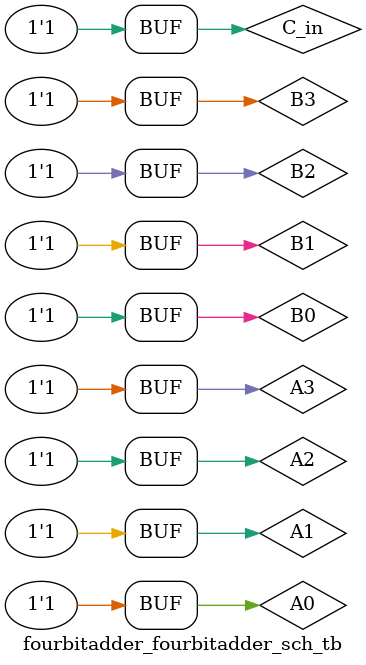
<source format=v>

`timescale 1ns / 1ps

module fourbitadder_fourbitadder_sch_tb();

// Inputs
   reg A3;
   reg B3;
   reg A1;
   reg B1;
   reg B2;
   reg A2;
   reg C_in;
   reg A0;
   reg B0;

// Output
   wire C_out;
   wire S3;
   wire S2;
   wire S1;
   wire S0;

// Bidirs

// Instantiate the UUT
   fourbitadder UUT (
		.C_out(C_out), 
		.S3(S3), 
		.S2(S2), 
		.S1(S1), 
		.S0(S0), 
		.A3(A3), 
		.B3(B3), 
		.A1(A1), 
		.B1(B1), 
		.B2(B2), 
		.A2(A2), 
		.C_in(C_in), 
		.A0(A0), 
		.B0(B0)
   );
// Initialize Inputs
//   `ifdef auto_init
      initial begin
		
		A0 = 0; //5
		A1 = 1;
		A2 = 0;
		A3 = 1;
		B0 = 0; //7
		B1 = 1;
		B2 = 1;
		B3 = 1;
		C_in = 0;
		
		#100
		
		A0 = 1; //1111
		A1 = 1;
		A2 = 1;
		A3 = 1;
		B0 = 1; //1010
		B1 = 0;
		B2 = 1;
		B3 = 0;
		C_in = 1;
		
		#100
		
		A0 = 1; //1111
		A1 = 1;
		A2 = 1;
		A3 = 1;
		B0 = 1; //1111
		B1 = 1;
		B2 = 1;
		B3 = 1;
		C_in = 1;
		
		end
//   `endif
endmodule

</source>
